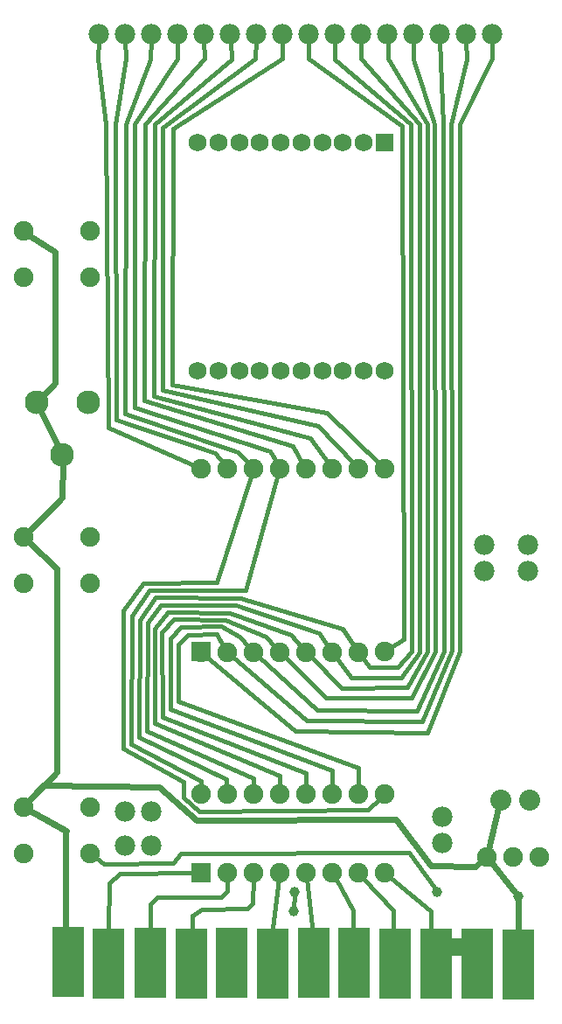
<source format=gbl>
G04 MADE WITH FRITZING*
G04 WWW.FRITZING.ORG*
G04 DOUBLE SIDED*
G04 HOLES PLATED*
G04 CONTOUR ON CENTER OF CONTOUR VECTOR*
%ASAXBY*%
%FSLAX23Y23*%
%MOIN*%
%OFA0B0*%
%SFA1.0B1.0*%
%ADD10C,0.080000*%
%ADD11C,0.039370*%
%ADD12C,0.070000*%
%ADD13C,0.090551*%
%ADD14C,0.075000*%
%ADD15C,0.078000*%
%ADD16C,0.068000*%
%ADD17R,0.119522X0.270594*%
%ADD18R,0.205594X0.066929*%
%ADD19R,0.051181X0.141823*%
%ADD20R,0.075000X0.075000*%
%ADD21R,0.068000X0.068000*%
%ADD22C,0.024000*%
%ADD23C,0.016000*%
%ADD24C,0.048000*%
%ADD25R,0.001000X0.001000*%
%LNCOPPER0*%
G90*
G70*
G54D10*
X2015Y768D03*
X1905Y768D03*
G54D11*
X1117Y344D03*
X1118Y419D03*
G54D12*
X334Y2285D03*
X134Y2285D03*
X234Y2085D03*
G54D11*
X1972Y402D03*
G54D13*
X232Y2084D03*
X332Y2284D03*
X136Y2284D03*
G54D14*
X763Y490D03*
X763Y790D03*
X863Y490D03*
X863Y790D03*
X963Y490D03*
X963Y790D03*
X1063Y490D03*
X1063Y790D03*
X1163Y490D03*
X1163Y790D03*
X1263Y490D03*
X1263Y790D03*
X1363Y490D03*
X1363Y790D03*
X1463Y490D03*
X1463Y790D03*
G54D15*
X2009Y1741D03*
X2009Y1641D03*
X1682Y706D03*
X1682Y606D03*
X1843Y1741D03*
X1843Y1641D03*
G54D14*
X340Y564D03*
X84Y564D03*
X340Y742D03*
X84Y742D03*
X340Y1596D03*
X84Y1596D03*
X340Y1773D03*
X84Y1773D03*
X340Y2762D03*
X84Y2762D03*
X340Y2939D03*
X84Y2939D03*
G54D16*
X1461Y3275D03*
X1382Y3275D03*
X1303Y3275D03*
X1224Y3275D03*
X1145Y3275D03*
X1066Y3275D03*
X987Y3275D03*
X908Y3275D03*
X829Y3275D03*
X750Y3275D03*
X750Y2405D03*
X829Y2405D03*
X908Y2405D03*
X987Y2405D03*
X1066Y2405D03*
X1145Y2405D03*
X1224Y2405D03*
X1303Y2405D03*
X1382Y2405D03*
X1461Y2405D03*
G54D15*
X1873Y3688D03*
X1773Y3688D03*
X1673Y3688D03*
X1573Y3688D03*
X1473Y3688D03*
X1373Y3688D03*
X1273Y3688D03*
X1173Y3688D03*
X1073Y3688D03*
X973Y3688D03*
X873Y3688D03*
X773Y3688D03*
X673Y3688D03*
X573Y3688D03*
X473Y3688D03*
X373Y3688D03*
G54D14*
X762Y1333D03*
X862Y1333D03*
X962Y1333D03*
X1062Y1333D03*
X1162Y1333D03*
X1262Y1333D03*
X1362Y1333D03*
X1462Y1334D03*
X762Y2033D03*
X862Y2033D03*
X962Y2033D03*
X1062Y2033D03*
X1162Y2033D03*
X1262Y2033D03*
X1362Y2033D03*
X1462Y2033D03*
X2052Y552D03*
X1952Y552D03*
X1852Y552D03*
G54D15*
X472Y725D03*
X572Y725D03*
X472Y594D03*
X572Y594D03*
G54D11*
X1662Y419D03*
G54D17*
X1659Y144D03*
G54D18*
X1733Y207D03*
G54D17*
X255Y150D03*
X1816Y146D03*
X1503Y144D03*
X1346Y147D03*
X1191Y148D03*
X1035Y144D03*
X879Y147D03*
X724Y146D03*
X568Y147D03*
X410Y146D03*
G54D19*
X1499Y158D03*
X415Y158D03*
X1971Y147D03*
X1024Y155D03*
X1194Y155D03*
X1671Y155D03*
X1345Y155D03*
X564Y155D03*
X1815Y155D03*
X873Y155D03*
X715Y155D03*
X232Y167D03*
G54D20*
X763Y490D03*
G54D17*
X1971Y143D03*
G54D21*
X1461Y3275D03*
G54D20*
X762Y1334D03*
G54D22*
X1897Y738D02*
X1859Y580D01*
G54D23*
D02*
X1117Y358D02*
X1118Y406D01*
G54D22*
D02*
X212Y875D02*
X103Y762D01*
D02*
X213Y1651D02*
X212Y875D01*
D02*
X104Y1753D02*
X213Y1651D01*
D02*
X146Y2261D02*
X222Y2108D01*
D02*
X233Y1922D02*
X104Y1793D01*
D02*
X234Y2059D02*
X233Y1922D01*
D02*
X207Y2858D02*
X207Y2357D01*
D02*
X207Y2357D02*
X152Y2303D01*
D02*
X107Y2923D02*
X207Y2858D01*
G54D23*
D02*
X409Y2188D02*
X400Y3344D01*
D02*
X369Y3594D02*
X372Y3664D01*
D02*
X400Y3344D02*
X369Y3594D01*
D02*
X741Y2043D02*
X409Y2188D01*
D02*
X570Y3592D02*
X572Y3664D01*
D02*
X474Y3344D02*
X570Y3592D01*
D02*
X471Y2241D02*
X474Y3344D01*
D02*
X903Y2096D02*
X471Y2241D01*
D02*
X946Y2050D02*
X903Y2096D01*
D02*
X438Y2219D02*
X815Y2091D01*
D02*
X815Y2091D02*
X848Y2051D01*
D02*
X435Y3345D02*
X438Y2219D01*
D02*
X475Y3594D02*
X435Y3345D01*
D02*
X473Y3664D02*
X475Y3594D01*
D02*
X673Y3594D02*
X673Y3664D01*
D02*
X509Y3344D02*
X673Y3594D01*
D02*
X510Y2264D02*
X509Y3344D01*
D02*
X1025Y2099D02*
X510Y2264D01*
D02*
X1051Y2054D02*
X1025Y2099D01*
D02*
X1150Y2053D02*
X1113Y2117D01*
D02*
X1113Y2117D02*
X545Y2291D01*
D02*
X545Y2291D02*
X548Y3345D01*
D02*
X775Y3595D02*
X773Y3664D01*
D02*
X548Y3345D02*
X775Y3595D01*
D02*
X1180Y2148D02*
X582Y2309D01*
D02*
X582Y2309D02*
X585Y3344D01*
D02*
X1249Y2052D02*
X1180Y2148D01*
D02*
X878Y3590D02*
X874Y3664D01*
D02*
X585Y3344D02*
X878Y3590D01*
D02*
X970Y3596D02*
X972Y3664D01*
D02*
X615Y3333D02*
X970Y3596D01*
D02*
X617Y2330D02*
X615Y3333D01*
D02*
X1208Y2194D02*
X617Y2330D01*
D02*
X1346Y2050D02*
X1208Y2194D01*
D02*
X652Y2352D02*
X656Y3329D01*
D02*
X656Y3329D02*
X1072Y3594D01*
D02*
X1243Y2244D02*
X652Y2352D01*
D02*
X1072Y3594D02*
X1073Y3664D01*
D02*
X1446Y2049D02*
X1243Y2244D01*
D02*
X1535Y1383D02*
X1481Y1347D01*
D02*
X1529Y3337D02*
X1535Y1383D01*
D02*
X1172Y3594D02*
X1529Y3337D01*
D02*
X1172Y3664D02*
X1172Y3594D01*
D02*
X1405Y1274D02*
X1375Y1315D01*
D02*
X1512Y1274D02*
X1405Y1274D01*
D02*
X1564Y1334D02*
X1512Y1274D01*
D02*
X1563Y3345D02*
X1564Y1334D01*
D02*
X1273Y3593D02*
X1563Y3345D01*
D02*
X1273Y3664D02*
X1273Y3593D01*
D02*
X1336Y1234D02*
X1275Y1315D01*
D02*
X1596Y1332D02*
X1527Y1236D01*
D02*
X1527Y1236D02*
X1336Y1234D01*
D02*
X1595Y3345D02*
X1596Y1332D01*
D02*
X1373Y3594D02*
X1595Y3345D01*
D02*
X1373Y3664D02*
X1373Y3594D01*
D02*
X1299Y1196D02*
X1178Y1317D01*
D02*
X1627Y1335D02*
X1549Y1199D01*
D02*
X1549Y1199D02*
X1299Y1196D01*
D02*
X1625Y3346D02*
X1627Y1335D01*
D02*
X1476Y3595D02*
X1625Y3346D01*
D02*
X1474Y3664D02*
X1476Y3595D01*
D02*
X1238Y1157D02*
X1078Y1317D01*
D02*
X1657Y1336D02*
X1567Y1158D01*
D02*
X1567Y1158D02*
X1238Y1157D01*
D02*
X1652Y3346D02*
X1657Y1336D01*
D02*
X1573Y3591D02*
X1652Y3346D01*
D02*
X1573Y3664D02*
X1573Y3591D01*
D02*
X1204Y1110D02*
X979Y1318D01*
D02*
X1585Y1109D02*
X1204Y1110D01*
D02*
X1688Y1335D02*
X1585Y1109D01*
D02*
X1684Y3344D02*
X1688Y1335D01*
D02*
X1673Y3664D02*
X1684Y3344D01*
D02*
X1165Y1071D02*
X879Y1318D01*
D02*
X1606Y1068D02*
X1165Y1071D01*
D02*
X1720Y1339D02*
X1606Y1068D01*
D02*
X1717Y3344D02*
X1720Y1339D01*
D02*
X1774Y3592D02*
X1717Y3344D01*
D02*
X1773Y3664D02*
X1774Y3592D01*
D02*
X1123Y1031D02*
X1625Y1025D01*
D02*
X1748Y1335D02*
X1750Y3345D01*
D02*
X1625Y1025D02*
X1748Y1335D01*
D02*
X779Y1319D02*
X1123Y1031D01*
D02*
X1873Y3594D02*
X1873Y3664D01*
D02*
X1750Y3345D02*
X1873Y3594D01*
D02*
X1213Y1404D02*
X1249Y1352D01*
D02*
X894Y1510D02*
X1213Y1404D01*
D02*
X609Y1510D02*
X894Y1510D01*
D02*
X558Y1444D02*
X609Y1510D01*
D02*
X963Y850D02*
X557Y1030D01*
D02*
X557Y1030D02*
X558Y1444D01*
D02*
X963Y814D02*
X963Y850D01*
D02*
X1106Y1398D02*
X1147Y1351D01*
D02*
X871Y1483D02*
X1106Y1398D01*
D02*
X1063Y860D02*
X584Y1061D01*
D02*
X584Y1061D02*
X584Y1422D01*
D02*
X637Y1484D02*
X871Y1483D01*
D02*
X584Y1422D02*
X637Y1484D01*
D02*
X1063Y814D02*
X1063Y860D01*
D02*
X1009Y1390D02*
X1046Y1350D01*
D02*
X857Y1456D02*
X1009Y1390D01*
D02*
X659Y1458D02*
X857Y1456D01*
D02*
X613Y1408D02*
X659Y1458D01*
D02*
X614Y1085D02*
X613Y1408D01*
D02*
X1163Y870D02*
X614Y1085D01*
D02*
X1163Y814D02*
X1163Y870D01*
D02*
X910Y1390D02*
X946Y1350D01*
D02*
X838Y1430D02*
X910Y1390D01*
D02*
X684Y1429D02*
X838Y1430D01*
D02*
X646Y1386D02*
X684Y1429D01*
D02*
X645Y1115D02*
X646Y1386D01*
D02*
X1263Y880D02*
X645Y1115D01*
D02*
X1263Y814D02*
X1263Y880D01*
D02*
X822Y1400D02*
X850Y1353D01*
D02*
X713Y1399D02*
X822Y1400D01*
D02*
X1363Y893D02*
X674Y1146D01*
D02*
X677Y1363D02*
X713Y1399D01*
D02*
X674Y1146D02*
X677Y1363D01*
D02*
X1363Y814D02*
X1363Y893D01*
D02*
X858Y847D02*
X524Y1007D01*
D02*
X861Y813D02*
X858Y847D01*
D02*
X524Y1007D02*
X528Y1454D01*
D02*
X589Y1540D02*
X913Y1539D01*
D02*
X528Y1454D02*
X589Y1540D01*
D02*
X1303Y1420D02*
X1349Y1353D01*
D02*
X913Y1539D02*
X1303Y1420D01*
D02*
X933Y1569D02*
X1056Y2011D01*
D02*
X567Y1569D02*
X933Y1569D01*
D02*
X499Y1470D02*
X567Y1569D01*
D02*
X495Y982D02*
X499Y1470D01*
D02*
X761Y842D02*
X495Y982D01*
D02*
X762Y813D02*
X761Y842D01*
D02*
X822Y1598D02*
X955Y2011D01*
D02*
X756Y725D02*
X695Y779D01*
D02*
X1400Y730D02*
X756Y725D01*
D02*
X697Y837D02*
X467Y965D01*
D02*
X695Y779D02*
X697Y837D01*
D02*
X542Y1596D02*
X822Y1598D01*
D02*
X466Y1491D02*
X542Y1596D01*
D02*
X467Y965D02*
X466Y1491D01*
D02*
X1446Y775D02*
X1400Y730D01*
G54D22*
D02*
X602Y818D02*
X745Y691D01*
D02*
X1506Y694D02*
X1639Y519D01*
D02*
X745Y691D02*
X1506Y694D01*
D02*
X158Y824D02*
X602Y818D01*
D02*
X103Y763D02*
X158Y824D01*
D02*
X1810Y516D02*
X1830Y534D01*
D02*
X1639Y519D02*
X1810Y516D01*
D02*
X84Y742D02*
X248Y652D01*
D02*
X1960Y417D02*
X1870Y530D01*
D02*
X1971Y212D02*
X1972Y383D01*
D02*
X246Y280D02*
X245Y288D01*
D02*
X245Y288D02*
X247Y653D01*
D02*
X247Y653D02*
X109Y728D01*
G54D23*
D02*
X1185Y278D02*
X1184Y289D01*
D02*
X1184Y289D02*
X1165Y468D01*
D02*
X1037Y274D02*
X1037Y281D01*
D02*
X1037Y281D02*
X1060Y468D01*
D02*
X1495Y274D02*
X1495Y276D01*
D02*
X1494Y348D02*
X1379Y473D01*
D02*
X1495Y276D02*
X1494Y348D01*
D02*
X1343Y277D02*
X1341Y348D01*
D02*
X1341Y348D02*
X1274Y470D01*
D02*
X410Y275D02*
X410Y279D01*
D02*
X451Y488D02*
X740Y490D01*
D02*
X412Y453D02*
X451Y488D01*
D02*
X410Y279D02*
X412Y453D01*
D02*
X568Y147D02*
X568Y276D01*
D02*
X596Y399D02*
X839Y398D01*
D02*
X569Y373D02*
X596Y399D01*
D02*
X568Y276D02*
X569Y373D01*
D02*
X724Y146D02*
X729Y271D01*
D02*
X765Y353D02*
X938Y354D01*
D02*
X730Y329D02*
X765Y353D01*
D02*
X938Y354D02*
X960Y376D01*
D02*
X960Y376D02*
X962Y467D01*
D02*
X729Y271D02*
X730Y329D01*
G54D24*
D02*
X1816Y146D02*
X1800Y143D01*
D02*
X1805Y202D02*
X1659Y200D01*
D02*
X1800Y143D02*
X1805Y202D01*
D02*
X1659Y200D02*
X1659Y144D01*
G54D23*
D02*
X1640Y345D02*
X1640Y284D01*
D02*
X1481Y476D02*
X1640Y345D01*
D02*
X1640Y284D02*
X1641Y274D01*
G54D22*
D02*
X1815Y155D02*
X1816Y146D01*
D02*
X564Y155D02*
X568Y147D01*
D02*
X1345Y155D02*
X1346Y147D01*
D02*
X1671Y155D02*
X1659Y144D01*
D02*
X1194Y155D02*
X1191Y148D01*
D02*
X1035Y144D02*
X1024Y155D01*
D02*
X1971Y147D02*
X1971Y133D01*
D02*
X410Y146D02*
X415Y158D01*
D02*
X1503Y144D02*
X1499Y158D01*
D02*
X252Y152D02*
X255Y150D01*
D02*
X715Y155D02*
X724Y146D01*
D02*
X879Y147D02*
X873Y155D01*
G54D23*
D02*
X685Y564D02*
X1555Y567D01*
D02*
X656Y529D02*
X685Y564D01*
D02*
X391Y525D02*
X656Y529D01*
D02*
X358Y550D02*
X391Y525D01*
D02*
X1555Y567D02*
X1654Y430D01*
D02*
X861Y420D02*
X862Y467D01*
D02*
X839Y398D02*
X861Y420D01*
G54D25*
X133Y2320D02*
X134Y2320D01*
X333Y2320D02*
X334Y2320D01*
X126Y2319D02*
X141Y2319D01*
X326Y2319D02*
X341Y2319D01*
X123Y2318D02*
X144Y2318D01*
X323Y2318D02*
X344Y2318D01*
X120Y2317D02*
X147Y2317D01*
X320Y2317D02*
X347Y2317D01*
X118Y2316D02*
X149Y2316D01*
X318Y2316D02*
X349Y2316D01*
X116Y2315D02*
X151Y2315D01*
X316Y2315D02*
X351Y2315D01*
X115Y2314D02*
X152Y2314D01*
X314Y2314D02*
X352Y2314D01*
X113Y2313D02*
X154Y2313D01*
X313Y2313D02*
X354Y2313D01*
X112Y2312D02*
X155Y2312D01*
X312Y2312D02*
X355Y2312D01*
X111Y2311D02*
X156Y2311D01*
X310Y2311D02*
X356Y2311D01*
X109Y2310D02*
X157Y2310D01*
X309Y2310D02*
X357Y2310D01*
X108Y2309D02*
X158Y2309D01*
X308Y2309D02*
X358Y2309D01*
X108Y2308D02*
X159Y2308D01*
X308Y2308D02*
X359Y2308D01*
X107Y2307D02*
X160Y2307D01*
X307Y2307D02*
X360Y2307D01*
X106Y2306D02*
X161Y2306D01*
X306Y2306D02*
X361Y2306D01*
X105Y2305D02*
X162Y2305D01*
X305Y2305D02*
X362Y2305D01*
X105Y2304D02*
X162Y2304D01*
X305Y2304D02*
X362Y2304D01*
X104Y2303D02*
X163Y2303D01*
X304Y2303D02*
X363Y2303D01*
X104Y2302D02*
X163Y2302D01*
X303Y2302D02*
X363Y2302D01*
X103Y2301D02*
X164Y2301D01*
X303Y2301D02*
X364Y2301D01*
X103Y2300D02*
X132Y2300D01*
X135Y2300D02*
X164Y2300D01*
X302Y2300D02*
X332Y2300D01*
X335Y2300D02*
X364Y2300D01*
X102Y2299D02*
X127Y2299D01*
X140Y2299D02*
X165Y2299D01*
X302Y2299D02*
X327Y2299D01*
X340Y2299D02*
X365Y2299D01*
X102Y2298D02*
X125Y2298D01*
X142Y2298D02*
X165Y2298D01*
X302Y2298D02*
X325Y2298D01*
X342Y2298D02*
X365Y2298D01*
X101Y2297D02*
X124Y2297D01*
X143Y2297D02*
X166Y2297D01*
X301Y2297D02*
X324Y2297D01*
X343Y2297D02*
X366Y2297D01*
X101Y2296D02*
X123Y2296D01*
X144Y2296D02*
X166Y2296D01*
X301Y2296D02*
X323Y2296D01*
X344Y2296D02*
X366Y2296D01*
X101Y2295D02*
X122Y2295D01*
X145Y2295D02*
X166Y2295D01*
X301Y2295D02*
X322Y2295D01*
X345Y2295D02*
X366Y2295D01*
X100Y2294D02*
X121Y2294D01*
X146Y2294D02*
X167Y2294D01*
X300Y2294D02*
X321Y2294D01*
X346Y2294D02*
X367Y2294D01*
X100Y2293D02*
X120Y2293D01*
X147Y2293D02*
X167Y2293D01*
X300Y2293D02*
X320Y2293D01*
X347Y2293D02*
X367Y2293D01*
X100Y2292D02*
X120Y2292D01*
X147Y2292D02*
X167Y2292D01*
X300Y2292D02*
X319Y2292D01*
X347Y2292D02*
X367Y2292D01*
X100Y2291D02*
X119Y2291D01*
X148Y2291D02*
X167Y2291D01*
X300Y2291D02*
X319Y2291D01*
X348Y2291D02*
X367Y2291D01*
X99Y2290D02*
X119Y2290D01*
X148Y2290D02*
X167Y2290D01*
X299Y2290D02*
X319Y2290D01*
X348Y2290D02*
X367Y2290D01*
X99Y2289D02*
X118Y2289D01*
X149Y2289D02*
X168Y2289D01*
X299Y2289D02*
X318Y2289D01*
X348Y2289D02*
X368Y2289D01*
X99Y2288D02*
X118Y2288D01*
X149Y2288D02*
X168Y2288D01*
X299Y2288D02*
X318Y2288D01*
X349Y2288D02*
X368Y2288D01*
X99Y2287D02*
X118Y2287D01*
X149Y2287D02*
X168Y2287D01*
X299Y2287D02*
X318Y2287D01*
X349Y2287D02*
X368Y2287D01*
X99Y2286D02*
X118Y2286D01*
X149Y2286D02*
X168Y2286D01*
X299Y2286D02*
X318Y2286D01*
X349Y2286D02*
X368Y2286D01*
X99Y2285D02*
X118Y2285D01*
X149Y2285D02*
X168Y2285D01*
X299Y2285D02*
X318Y2285D01*
X349Y2285D02*
X368Y2285D01*
X99Y2284D02*
X118Y2284D01*
X149Y2284D02*
X168Y2284D01*
X299Y2284D02*
X318Y2284D01*
X349Y2284D02*
X368Y2284D01*
X99Y2283D02*
X118Y2283D01*
X149Y2283D02*
X168Y2283D01*
X299Y2283D02*
X318Y2283D01*
X349Y2283D02*
X368Y2283D01*
X99Y2282D02*
X118Y2282D01*
X149Y2282D02*
X168Y2282D01*
X299Y2282D02*
X318Y2282D01*
X349Y2282D02*
X368Y2282D01*
X99Y2281D02*
X118Y2281D01*
X148Y2281D02*
X168Y2281D01*
X299Y2281D02*
X318Y2281D01*
X348Y2281D02*
X368Y2281D01*
X99Y2280D02*
X119Y2280D01*
X148Y2280D02*
X167Y2280D01*
X299Y2280D02*
X319Y2280D01*
X348Y2280D02*
X367Y2280D01*
X100Y2279D02*
X119Y2279D01*
X148Y2279D02*
X167Y2279D01*
X300Y2279D02*
X319Y2279D01*
X348Y2279D02*
X367Y2279D01*
X100Y2278D02*
X120Y2278D01*
X147Y2278D02*
X167Y2278D01*
X300Y2278D02*
X320Y2278D01*
X347Y2278D02*
X367Y2278D01*
X100Y2277D02*
X120Y2277D01*
X147Y2277D02*
X167Y2277D01*
X300Y2277D02*
X320Y2277D01*
X347Y2277D02*
X367Y2277D01*
X100Y2276D02*
X121Y2276D01*
X146Y2276D02*
X167Y2276D01*
X300Y2276D02*
X321Y2276D01*
X346Y2276D02*
X367Y2276D01*
X101Y2275D02*
X122Y2275D01*
X145Y2275D02*
X166Y2275D01*
X301Y2275D02*
X322Y2275D01*
X345Y2275D02*
X366Y2275D01*
X101Y2274D02*
X123Y2274D01*
X144Y2274D02*
X166Y2274D01*
X301Y2274D02*
X323Y2274D01*
X344Y2274D02*
X366Y2274D01*
X101Y2273D02*
X124Y2273D01*
X143Y2273D02*
X166Y2273D01*
X301Y2273D02*
X324Y2273D01*
X343Y2273D02*
X366Y2273D01*
X102Y2272D02*
X125Y2272D01*
X141Y2272D02*
X165Y2272D01*
X302Y2272D02*
X325Y2272D01*
X341Y2272D02*
X365Y2272D01*
X102Y2271D02*
X127Y2271D01*
X140Y2271D02*
X165Y2271D01*
X302Y2271D02*
X327Y2271D01*
X340Y2271D02*
X365Y2271D01*
X103Y2270D02*
X164Y2270D01*
X303Y2270D02*
X364Y2270D01*
X103Y2269D02*
X164Y2269D01*
X303Y2269D02*
X364Y2269D01*
X104Y2268D02*
X163Y2268D01*
X304Y2268D02*
X363Y2268D01*
X104Y2267D02*
X163Y2267D01*
X304Y2267D02*
X363Y2267D01*
X105Y2266D02*
X162Y2266D01*
X305Y2266D02*
X362Y2266D01*
X105Y2265D02*
X161Y2265D01*
X305Y2265D02*
X361Y2265D01*
X106Y2264D02*
X161Y2264D01*
X306Y2264D02*
X361Y2264D01*
X107Y2263D02*
X160Y2263D01*
X307Y2263D02*
X360Y2263D01*
X108Y2262D02*
X159Y2262D01*
X308Y2262D02*
X359Y2262D01*
X109Y2261D02*
X158Y2261D01*
X309Y2261D02*
X358Y2261D01*
X110Y2260D02*
X157Y2260D01*
X310Y2260D02*
X357Y2260D01*
X111Y2259D02*
X156Y2259D01*
X311Y2259D02*
X356Y2259D01*
X112Y2258D02*
X155Y2258D01*
X312Y2258D02*
X355Y2258D01*
X113Y2257D02*
X154Y2257D01*
X313Y2257D02*
X354Y2257D01*
X115Y2256D02*
X152Y2256D01*
X315Y2256D02*
X352Y2256D01*
X116Y2255D02*
X151Y2255D01*
X316Y2255D02*
X350Y2255D01*
X118Y2254D02*
X149Y2254D01*
X318Y2254D02*
X349Y2254D01*
X120Y2253D02*
X147Y2253D01*
X320Y2253D02*
X346Y2253D01*
X123Y2252D02*
X144Y2252D01*
X323Y2252D02*
X344Y2252D01*
X127Y2251D02*
X140Y2251D01*
X326Y2251D02*
X340Y2251D01*
X233Y2120D02*
X234Y2120D01*
X226Y2119D02*
X241Y2119D01*
X223Y2118D02*
X244Y2118D01*
X220Y2117D02*
X247Y2117D01*
X218Y2116D02*
X249Y2116D01*
X216Y2115D02*
X251Y2115D01*
X214Y2114D02*
X252Y2114D01*
X213Y2113D02*
X254Y2113D01*
X212Y2112D02*
X255Y2112D01*
X210Y2111D02*
X256Y2111D01*
X209Y2110D02*
X257Y2110D01*
X208Y2109D02*
X258Y2109D01*
X208Y2108D02*
X259Y2108D01*
X207Y2107D02*
X260Y2107D01*
X206Y2106D02*
X261Y2106D01*
X205Y2105D02*
X262Y2105D01*
X205Y2104D02*
X262Y2104D01*
X204Y2103D02*
X263Y2103D01*
X203Y2102D02*
X263Y2102D01*
X203Y2101D02*
X264Y2101D01*
X203Y2100D02*
X232Y2100D01*
X235Y2100D02*
X264Y2100D01*
X202Y2099D02*
X227Y2099D01*
X240Y2099D02*
X265Y2099D01*
X202Y2098D02*
X225Y2098D01*
X242Y2098D02*
X265Y2098D01*
X201Y2097D02*
X224Y2097D01*
X243Y2097D02*
X266Y2097D01*
X201Y2096D02*
X223Y2096D01*
X244Y2096D02*
X266Y2096D01*
X201Y2095D02*
X222Y2095D01*
X245Y2095D02*
X266Y2095D01*
X200Y2094D02*
X221Y2094D01*
X246Y2094D02*
X267Y2094D01*
X200Y2093D02*
X220Y2093D01*
X247Y2093D02*
X267Y2093D01*
X200Y2092D02*
X220Y2092D01*
X247Y2092D02*
X267Y2092D01*
X200Y2091D02*
X219Y2091D01*
X248Y2091D02*
X267Y2091D01*
X199Y2090D02*
X219Y2090D01*
X248Y2090D02*
X267Y2090D01*
X199Y2089D02*
X218Y2089D01*
X248Y2089D02*
X268Y2089D01*
X199Y2088D02*
X218Y2088D01*
X249Y2088D02*
X268Y2088D01*
X199Y2087D02*
X218Y2087D01*
X249Y2087D02*
X268Y2087D01*
X199Y2086D02*
X218Y2086D01*
X249Y2086D02*
X268Y2086D01*
X199Y2085D02*
X218Y2085D01*
X249Y2085D02*
X268Y2085D01*
X199Y2084D02*
X218Y2084D01*
X249Y2084D02*
X268Y2084D01*
X199Y2083D02*
X218Y2083D01*
X249Y2083D02*
X268Y2083D01*
X199Y2082D02*
X218Y2082D01*
X249Y2082D02*
X268Y2082D01*
X199Y2081D02*
X218Y2081D01*
X248Y2081D02*
X268Y2081D01*
X199Y2080D02*
X219Y2080D01*
X248Y2080D02*
X267Y2080D01*
X200Y2079D02*
X219Y2079D01*
X248Y2079D02*
X267Y2079D01*
X200Y2078D02*
X220Y2078D01*
X247Y2078D02*
X267Y2078D01*
X200Y2077D02*
X220Y2077D01*
X247Y2077D02*
X267Y2077D01*
X200Y2076D02*
X221Y2076D01*
X246Y2076D02*
X267Y2076D01*
X201Y2075D02*
X222Y2075D01*
X245Y2075D02*
X266Y2075D01*
X201Y2074D02*
X223Y2074D01*
X244Y2074D02*
X266Y2074D01*
X201Y2073D02*
X224Y2073D01*
X243Y2073D02*
X266Y2073D01*
X202Y2072D02*
X225Y2072D01*
X241Y2072D02*
X265Y2072D01*
X202Y2071D02*
X227Y2071D01*
X240Y2071D02*
X265Y2071D01*
X203Y2070D02*
X264Y2070D01*
X203Y2069D02*
X264Y2069D01*
X204Y2068D02*
X263Y2068D01*
X204Y2067D02*
X263Y2067D01*
X205Y2066D02*
X262Y2066D01*
X205Y2065D02*
X261Y2065D01*
X206Y2064D02*
X261Y2064D01*
X207Y2063D02*
X260Y2063D01*
X208Y2062D02*
X259Y2062D01*
X209Y2061D02*
X258Y2061D01*
X210Y2060D02*
X257Y2060D01*
X211Y2059D02*
X256Y2059D01*
X212Y2058D02*
X255Y2058D01*
X213Y2057D02*
X254Y2057D01*
X215Y2056D02*
X252Y2056D01*
X216Y2055D02*
X250Y2055D01*
X218Y2054D02*
X249Y2054D01*
X220Y2053D02*
X246Y2053D01*
X223Y2052D02*
X244Y2052D01*
X227Y2051D02*
X240Y2051D01*
D02*
G04 End of Copper0*
M02*
</source>
